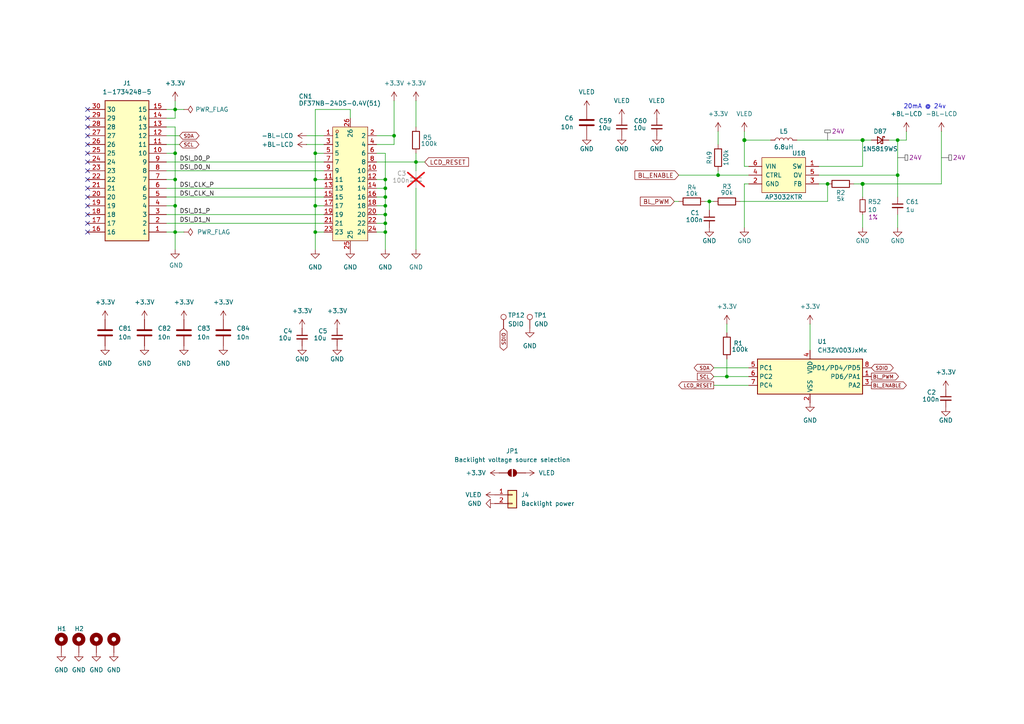
<source format=kicad_sch>
(kicad_sch (version 20250114) (generator "eeschema") (generator_version "9.0")
  (paper "A4")
  (title_block (title "LH397K-IC01 adapter board") (date "2025-10-28") (rev "1.0") (company "Nicolai Electronics"))
  (lib_symbols
    (symbol "1-1734248-5:1-1734248-5"
      (property "Reference" "J" (at 19.05 7.62 0))
      (property "Value" "1-1734248-5" (at 19.05 5.08 0))
      (symbol "1-1734248-5_1_1"
        (rectangle (start 5.08 2.54) (end 17.78 -38.1) (stroke (width 0.254)) (fill (type background)))
        (pin passive line (at 0 0 0) (length 5.08) (name "30") (number "30"))
        (pin passive line (at 0 -2.54 0) (length 5.08) (name "29") (number "29"))
        (pin passive line (at 0 -5.08 0) (length 5.08) (name "28") (number "28"))
        (pin passive line (at 0 -7.62 0) (length 5.08) (name "27") (number "27"))
        (pin passive line (at 0 -10.16 0) (length 5.08) (name "26") (number "26"))
        (pin passive line (at 0 -12.7 0) (length 5.08) (name "25") (number "25"))
        (pin passive line (at 0 -15.24 0) (length 5.08) (name "24") (number "24"))
        (pin passive line (at 0 -17.78 0) (length 5.08) (name "23") (number "23"))
        (pin passive line (at 0 -20.32 0) (length 5.08) (name "22") (number "22"))
        (pin passive line (at 0 -22.86 0) (length 5.08) (name "21") (number "21"))
        (pin passive line (at 0 -25.4 0) (length 5.08) (name "20") (number "20"))
        (pin passive line (at 0 -27.94 0) (length 5.08) (name "19") (number "19"))
        (pin passive line (at 0 -30.48 0) (length 5.08) (name "18") (number "18"))
        (pin passive line (at 0 -33.02 0) (length 5.08) (name "17") (number "17"))
        (pin passive line (at 0 -35.56 0) (length 5.08) (name "16") (number "16"))
        (pin passive line (at 22.86 0 180) (length 5.08) (name "15") (number "15"))
        (pin passive line (at 22.86 -2.54 180) (length 5.08) (name "14") (number "14"))
        (pin passive line (at 22.86 -5.08 180) (length 5.08) (name "13") (number "13"))
        (pin passive line (at 22.86 -7.62 180) (length 5.08) (name "12") (number "12"))
        (pin passive line (at 22.86 -10.16 180) (length 5.08) (name "11") (number "11"))
        (pin passive line (at 22.86 -12.7 180) (length 5.08) (name "10") (number "10"))
        (pin passive line (at 22.86 -15.24 180) (length 5.08) (name "9") (number "9"))
        (pin passive line (at 22.86 -17.78 180) (length 5.08) (name "8") (number "8"))
        (pin passive line (at 22.86 -20.32 180) (length 5.08) (name "7") (number "7"))
        (pin passive line (at 22.86 -22.86 180) (length 5.08) (name "6") (number "6"))
        (pin passive line (at 22.86 -25.4 180) (length 5.08) (name "5") (number "5"))
        (pin passive line (at 22.86 -27.94 180) (length 5.08) (name "4") (number "4"))
        (pin passive line (at 22.86 -30.48 180) (length 5.08) (name "3") (number "3"))
        (pin passive line (at 22.86 -33.02 180) (length 5.08) (name "2") (number "2"))
        (pin passive line (at 22.86 -35.56 180) (length 5.08) (name "1") (number "1"))
      )
    )
    (symbol "Connector:TestPoint" (pin_numbers (hide yes)) (pin_names (offset 0.762) (hide yes))
      (property "Reference" "TP" (at 0 6.858 0))
      (property "Value" "TestPoint" (at 0 5.08 0))
      (symbol "TestPoint_0_1"
        (circle (center 0 3.302) (radius 0.762))
      )
      (symbol "TestPoint_1_1"
        (pin passive line (at 0 0 90) (length 2.54) (name "1") (number "1"))
      )
    )
    (symbol "Connector_Generic:Conn_01x02" (pin_names (offset 1.016) (hide yes))
      (property "Reference" "J" (at 0 2.54 0))
      (property "Value" "Conn_01x02" (at 0 -5.08 0))
      (symbol "Conn_01x02_1_1"
        (rectangle (start -1.27 1.27) (end 1.27 -3.81) (stroke (width 0.254)) (fill (type background)))
        (rectangle (start -1.27 0.127) (end 0 -0.127) (stroke (width 0.1524)))
        (rectangle (start -1.27 -2.413) (end 0 -2.667) (stroke (width 0.1524)))
        (pin passive line (at -5.08 0 0) (length 3.81) (name "Pin_1") (number "1"))
        (pin passive line (at -5.08 -2.54 0) (length 3.81) (name "Pin_2") (number "2"))
      )
    )
    (symbol "Device:C" (pin_numbers (hide yes)) (pin_names (offset 0.254))
      (property "Reference" "C" (at 0.635 2.54 0))
      (property "Value" "C" (at 0.635 -2.54 0))
      (symbol "C_0_1"
        (polyline (pts (xy -2.032 0.762) (xy 2.032 0.762)) (stroke (width 0.508)))
        (polyline (pts (xy -2.032 -0.762) (xy 2.032 -0.762)) (stroke (width 0.508)))
      )
      (symbol "C_1_1"
        (pin passive line (at 0 3.81 270) (length 2.794) (name "~") (number "1"))
        (pin passive line (at 0 -3.81 90) (length 2.794) (name "~") (number "2"))
      )
    )
    (symbol "Device:C_Small" (pin_numbers (hide yes)) (pin_names (offset 0.254) (hide yes))
      (property "Reference" "C" (at 0.254 1.778 0))
      (property "Value" "C_Small" (at 0.254 -2.032 0))
      (symbol "C_Small_0_1"
        (polyline (pts (xy -1.524 0.508) (xy 1.524 0.508)) (stroke (width 0.3048)))
        (polyline (pts (xy -1.524 -0.508) (xy 1.524 -0.508)) (stroke (width 0.3302)))
      )
      (symbol "C_Small_1_1"
        (pin passive line (at 0 2.54 270) (length 2.032) (name "~") (number "1"))
        (pin passive line (at 0 -2.54 90) (length 2.032) (name "~") (number "2"))
      )
    )
    (symbol "Device:D_Schottky_Small" (pin_numbers (hide yes)) (pin_names (offset 0.254) (hide yes))
      (property "Reference" "D" (at -1.27 2.032 0))
      (property "Value" "D_Schottky_Small" (at -7.112 -2.032 0))
      (symbol "D_Schottky_Small_0_1"
        (polyline (pts (xy -1.27 0.762) (xy -1.27 1.016) (xy -0.762 1.016) (xy -0.762 -1.016) (xy -0.254 -1.016) (xy -0.254 -0.762)) (stroke (width 0.254)))
        (polyline (pts (xy -0.762 0) (xy 0.762 0)))
        (polyline (pts (xy 0.762 -1.016) (xy -0.762 0) (xy 0.762 1.016) (xy 0.762 -1.016)) (stroke (width 0.254)))
      )
      (symbol "D_Schottky_Small_1_1"
        (pin passive line (at -2.54 0 0) (length 1.778) (name "K") (number "1"))
        (pin passive line (at 2.54 0 180) (length 1.778) (name "A") (number "2"))
      )
    )
    (symbol "Device:L" (pin_numbers (hide yes)) (pin_names (offset 1.016) (hide yes))
      (property "Reference" "L" (at -1.27 0 90))
      (property "Value" "L" (at 1.905 0 90))
      (symbol "L_0_1"
        (arc (start 0 2.54) (mid 0.6323 1.905) (end 0 1.27))
        (arc (start 0 1.27) (mid 0.6323 0.635) (end 0 0))
        (arc (start 0 0) (mid 0.6323 -0.635) (end 0 -1.27))
        (arc (start 0 -1.27) (mid 0.6323 -1.905) (end 0 -2.54))
      )
      (symbol "L_1_1"
        (pin passive line (at 0 3.81 270) (length 1.27) (name "1") (number "1"))
        (pin passive line (at 0 -3.81 90) (length 1.27) (name "2") (number "2"))
      )
    )
    (symbol "Device:R" (pin_numbers (hide yes)) (pin_names (offset 0))
      (property "Reference" "R" (at 2.032 0 90))
      (property "Value" "R" (at 0 0 90))
      (symbol "R_0_1"
        (rectangle (start -1.016 -2.54) (end 1.016 2.54) (stroke (width 0.254)))
      )
      (symbol "R_1_1"
        (pin passive line (at 0 3.81 270) (length 1.27) (name "~") (number "1"))
        (pin passive line (at 0 -3.81 90) (length 1.27) (name "~") (number "2"))
      )
    )
    (symbol "Device:R_Small" (pin_numbers (hide yes)) (pin_names (offset 0.254) (hide yes))
      (property "Reference" "R" (at 0.762 0.508 0))
      (property "Value" "R_Small" (at 0.762 -1.016 0))
      (symbol "R_Small_0_1"
        (rectangle (start -0.762 1.778) (end 0.762 -1.778) (stroke (width 0.2032)))
      )
      (symbol "R_Small_1_1"
        (pin passive line (at 0 2.54 270) (length 0.762) (name "~") (number "1"))
        (pin passive line (at 0 -2.54 90) (length 0.762) (name "~") (number "2"))
      )
    )
    (symbol "Driver_LED_Extra:AP3032" (pin_names (offset 1.016))
      (property "Reference" "U" (at 6.35 6.35 0))
      (property "Value" "AP3032" (at 0 -6.35 0))
      (symbol "AP3032_0_1"
        (rectangle (start -6.35 5.08) (end 6.35 -5.08) (fill (type background)))
      )
      (symbol "AP3032_1_1"
        (pin power_in line (at -10.16 2.54 0) (length 3.81) (name "VIN") (number "6"))
        (pin input line (at -10.16 0 0) (length 3.81) (name "CTRL") (number "4"))
        (pin power_in line (at -10.16 -2.54 0) (length 3.81) (name "GND") (number "2"))
        (pin power_out line (at 10.16 2.54 180) (length 3.81) (name "SW") (number "1"))
        (pin input line (at 10.16 0 180) (length 3.81) (name "OV") (number "5"))
        (pin output line (at 10.16 -2.54 180) (length 3.81) (name "FB") (number "3"))
      )
    )
    (symbol "GND_1" (power) (pin_numbers (hide yes)) (pin_names (offset 0) (hide yes))
      (property "Value" "GND" (at 0 -3.81 0))
      (symbol "GND_1_0_1"
        (polyline (pts (xy 0 0) (xy 0 -1.27) (xy 1.27 -1.27) (xy 0 -2.54) (xy -1.27 -1.27) (xy 0 -1.27)))
      )
      (symbol "GND_1_1_1"
        (pin power_in line (at 0 0 270) (length 0) (name "~") (number "1"))
      )
    )
    (symbol "Jumper:SolderJumper_2_Open" (pin_numbers (hide yes)) (pin_names (offset 0) (hide yes)) (in_bom no)
      (property "Reference" "JP" (at 0 2.032 0))
      (property "Value" "SolderJumper_2_Open" (at 0 -2.54 0))
      (symbol "SolderJumper_2_Open_0_1"
        (polyline (pts (xy -0.254 1.016) (xy -0.254 -1.016)))
        (arc (start -0.254 -1.016) (mid -1.2656 0) (end -0.254 1.016))
        (arc (start -0.254 -1.016) (mid -1.2656 0) (end -0.254 1.016) (fill (type outline)))
        (arc (start 0.254 1.016) (mid 1.2656 0) (end 0.254 -1.016))
        (arc (start 0.254 1.016) (mid 1.2656 0) (end 0.254 -1.016) (fill (type outline)))
        (polyline (pts (xy 0.254 1.016) (xy 0.254 -1.016)))
      )
      (symbol "SolderJumper_2_Open_1_1"
        (pin passive line (at -3.81 0 0) (length 2.54) (name "A") (number "1"))
        (pin passive line (at 3.81 0 180) (length 2.54) (name "B") (number "2"))
      )
    )
    (symbol "MCU_WCH_CH32V0:CH32V003JxMx"
      (property "Reference" "U" (at -15.24 7.62 0))
      (property "Value" "CH32V003JxMx" (at 15.24 7.62 0))
      (symbol "CH32V003JxMx_1_1"
        (rectangle (start -15.24 5.08) (end 15.24 -5.08) (stroke (width 0.254)) (fill (type background)))
        (pin bidirectional line (at -17.78 2.54 0) (length 2.54) (name "PC1") (number "5"))
        (pin bidirectional line (at -17.78 0 0) (length 2.54) (name "PC2") (number "6"))
        (pin bidirectional line (at -17.78 -2.54 0) (length 2.54) (name "PC4") (number "7"))
        (pin power_in line (at 0 7.62 270) (length 2.54) (name "VDD") (number "4"))
        (pin power_in line (at 0 -7.62 90) (length 2.54) (name "VSS") (number "2"))
        (pin bidirectional line (at 17.78 2.54 180) (length 2.54) (name "PD1/PD4/PD5") (number "8"))
        (pin bidirectional line (at 17.78 0 180) (length 2.54) (name "PD6/PA1") (number "1"))
        (pin bidirectional line (at 17.78 -2.54 180) (length 2.54) (name "PA2") (number "3"))
      )
    )
    (symbol "Mechanical:MountingHole_Pad" (pin_numbers (hide yes)) (pin_names (offset 1.016) (hide yes)) (in_bom no)
      (property "Reference" "H" (at 0 6.35 0))
      (property "Value" "MountingHole_Pad" (at 0 4.445 0))
      (symbol "MountingHole_Pad_0_1"
        (circle (center 0 1.27) (radius 1.27) (stroke (width 1.27)))
      )
      (symbol "MountingHole_Pad_1_1"
        (pin input line (at 0 -2.54 90) (length 2.54) (name "1") (number "1"))
      )
    )
    (symbol "custom-power:+BL-LCD" (power) (pin_numbers (hide yes)) (pin_names (offset 0) (hide yes))
      (property "Value" "+BL-LCD" (at 0 3.556 0))
      (symbol "+BL-LCD_0_1"
        (polyline (pts (xy -0.762 1.27) (xy 0 2.54)))
        (polyline (pts (xy 0 2.54) (xy 0.762 1.27)))
        (polyline (pts (xy 0 0) (xy 0 2.54)))
      )
      (symbol "+BL-LCD_1_1"
        (pin power_in line (at 0 0 90) (length 0) (name "~") (number "1"))
      )
    )
    (symbol "custom-power:-BL-LCD" (power) (pin_numbers (hide yes)) (pin_names (offset 0) (hide yes))
      (property "Value" "-BL-LCD" (at 0 3.556 0))
      (symbol "-BL-LCD_0_1"
        (polyline (pts (xy -0.762 1.27) (xy 0 2.54)))
        (polyline (pts (xy 0 2.54) (xy 0.762 1.27)))
        (polyline (pts (xy 0 0) (xy 0 2.54)))
      )
      (symbol "-BL-LCD_1_1"
        (pin power_in line (at 0 0 90) (length 0) (name "~") (number "1"))
      )
    )
    (symbol "lcsc:DF37NB-24DS-0.4V(51)"
      (property "Reference" "CN" (at 0 24.13 0))
      (property "Value" "DF37NB-24DS-0.4V(51)" (at 0 -24.13 0))
      (symbol "DF37NB-24DS-0.4V(51)_0_1"
        (rectangle (start -5.08 16.51) (end 5.08 -16.51) (fill (type background)))
        (circle (center -3.81 15.24) (radius 0.38))
        (pin unspecified line (at -7.62 13.97 0) (length 2.54) (name "1") (number "1"))
        (pin unspecified line (at -7.62 11.43 0) (length 2.54) (name "3") (number "3"))
        (pin unspecified line (at -7.62 8.89 0) (length 2.54) (name "5") (number "5"))
        (pin unspecified line (at -7.62 6.35 0) (length 2.54) (name "7") (number "7"))
        (pin unspecified line (at -7.62 3.81 0) (length 2.54) (name "9") (number "9"))
        (pin unspecified line (at -7.62 1.27 0) (length 2.54) (name "11") (number "11"))
        (pin unspecified line (at -7.62 -1.27 0) (length 2.54) (name "13") (number "13"))
        (pin unspecified line (at -7.62 -3.81 0) (length 2.54) (name "15") (number "15"))
        (pin unspecified line (at -7.62 -6.35 0) (length 2.54) (name "17") (number "17"))
        (pin unspecified line (at -7.62 -8.89 0) (length 2.54) (name "19") (number "19"))
        (pin unspecified line (at -7.62 -11.43 0) (length 2.54) (name "21") (number "21"))
        (pin unspecified line (at -7.62 -13.97 0) (length 2.54) (name "23") (number "23"))
        (pin unspecified line (at 0 19.05 270) (length 2.54) (name "26") (number "26"))
        (pin unspecified line (at 0 -19.05 90) (length 2.54) (name "25") (number "25"))
        (pin unspecified line (at 7.62 13.97 180) (length 2.54) (name "2") (number "2"))
        (pin unspecified line (at 7.62 11.43 180) (length 2.54) (name "4") (number "4"))
        (pin unspecified line (at 7.62 8.89 180) (length 2.54) (name "6") (number "6"))
        (pin unspecified line (at 7.62 6.35 180) (length 2.54) (name "8") (number "8"))
        (pin unspecified line (at 7.62 3.81 180) (length 2.54) (name "10") (number "10"))
        (pin unspecified line (at 7.62 1.27 180) (length 2.54) (name "12") (number "12"))
        (pin unspecified line (at 7.62 -1.27 180) (length 2.54) (name "14") (number "14"))
        (pin unspecified line (at 7.62 -3.81 180) (length 2.54) (name "16") (number "16"))
        (pin unspecified line (at 7.62 -6.35 180) (length 2.54) (name "18") (number "18"))
        (pin unspecified line (at 7.62 -8.89 180) (length 2.54) (name "20") (number "20"))
        (pin unspecified line (at 7.62 -11.43 180) (length 2.54) (name "22") (number "22"))
        (pin unspecified line (at 7.62 -13.97 180) (length 2.54) (name "24") (number "24"))
      )
    )
    (symbol "power:+3.3V" (power) (pin_numbers (hide yes)) (pin_names (offset 0) (hide yes))
      (property "Value" "+3.3V" (at 0 3.556 0))
      (symbol "+3.3V_0_1"
        (polyline (pts (xy -0.762 1.27) (xy 0 2.54)))
        (polyline (pts (xy 0 2.54) (xy 0.762 1.27)))
        (polyline (pts (xy 0 0) (xy 0 2.54)))
      )
      (symbol "+3.3V_1_1"
        (pin power_in line (at 0 0 90) (length 0) (name "~") (number "1"))
      )
    )
    (symbol "power:GND" (power) (pin_names (offset 0))
      (property "Value" "GND" (at 0 -3.81 0))
      (symbol "GND_0_1"
        (polyline (pts (xy 0 0) (xy 0 -1.27) (xy 1.27 -1.27) (xy 0 -2.54) (xy -1.27 -1.27) (xy 0 -1.27)))
      )
      (symbol "GND_1_1"
        (pin power_in line (at 0 0 270) (length 0) (hide yes) (name "GND") (number "1"))
      )
    )
    (symbol "power:PWR_FLAG" (power) (pin_numbers (hide yes)) (pin_names (offset 0) (hide yes))
      (property "Value" "PWR_FLAG" (at 0 3.81 0))
      (symbol "PWR_FLAG_0_0"
        (pin power_out line (at 0 0 90) (length 0) (name "~") (number "1"))
      )
      (symbol "PWR_FLAG_0_1"
        (polyline (pts (xy 0 0) (xy 0 1.27) (xy -1.016 1.905) (xy 0 2.54) (xy 1.016 1.905) (xy 0 1.27)))
      )
    )
  )
  (text "20mA @ 24v" (at 268.224 30.988 0) (effects (font (size 1.27 1.27))))
  (junction (at 111.76 64.77))
  (junction (at 120.65 46.99))
  (junction (at 111.76 52.07))
  (junction (at 91.44 67.31))
  (junction (at 240.03 53.34))
  (junction (at 50.8 44.45))
  (junction (at 111.76 67.31))
  (junction (at 50.8 52.07))
  (junction (at 205.74 58.42))
  (junction (at 91.44 59.69))
  (junction (at 111.76 59.69))
  (junction (at 111.76 57.15))
  (junction (at 50.8 31.75))
  (junction (at 111.76 62.23))
  (junction (at 91.44 44.45))
  (junction (at 260.35 50.8))
  (junction (at 50.8 67.31))
  (junction (at 91.44 52.07))
  (junction (at 250.19 40.64) (diameter 1.016))
  (junction (at 210.82 109.22))
  (junction (at 208.28 50.8))
  (junction (at 260.35 40.64))
  (junction (at 114.3 39.37))
  (junction (at 215.9 40.64) (diameter 1.016))
  (junction (at 250.19 53.34) (diameter 1.016))
  (junction (at 111.76 54.61))
  (junction (at 50.8 59.69))
  (no_connect (at 25.4 34.29))
  (no_connect (at 25.4 57.15))
  (no_connect (at 25.4 64.77))
  (no_connect (at 25.4 59.69))
  (no_connect (at 25.4 39.37))
  (no_connect (at 25.4 31.75))
  (no_connect (at 25.4 36.83))
  (no_connect (at 25.4 46.99))
  (no_connect (at 25.4 49.53))
  (no_connect (at 25.4 52.07))
  (no_connect (at 25.4 67.31))
  (no_connect (at 25.4 54.61))
  (no_connect (at 25.4 62.23))
  (no_connect (at 25.4 44.45))
  (no_connect (at 25.4 41.91))
  (wire (pts (xy 50.8 44.45) (xy 50.8 36.83)))
  (wire (pts (xy 114.3 41.91) (xy 109.22 41.91)))
  (wire (pts (xy 260.35 40.64) (xy 262.89 40.64)))
  (wire (pts (xy 109.22 46.99) (xy 120.65 46.99)))
  (wire (pts (xy 217.17 48.26) (xy 215.9 48.26)))
  (wire (pts (xy 111.76 62.23) (xy 111.76 64.77)))
  (wire (pts (xy 120.65 29.21) (xy 120.65 36.83)))
  (wire (pts (xy 260.35 50.8) (xy 260.35 40.64)))
  (wire (pts (xy 207.01 106.68) (xy 217.17 106.68)))
  (wire (pts (xy 120.65 54.61) (xy 120.65 72.39)))
  (wire (pts (xy 207.01 58.42) (xy 205.74 58.42)))
  (wire (pts (xy 53.34 31.75) (xy 50.8 31.75)))
  (wire (pts (xy 215.9 48.26) (xy 215.9 40.64)))
  (wire (pts (xy 217.17 53.34) (xy 215.9 53.34)))
  (wire (pts (xy 237.49 53.34) (xy 240.03 53.34)))
  (wire (pts (xy 88.9 39.37) (xy 93.98 39.37)))
  (wire (pts (xy 208.28 49.53) (xy 208.28 50.8)))
  (wire (pts (xy 250.19 57.15) (xy 250.19 53.34)))
  (wire (pts (xy 250.19 40.64) (xy 252.73 40.64)))
  (wire (pts (xy 50.8 36.83) (xy 48.26 36.83)))
  (wire (pts (xy 48.26 52.07) (xy 50.8 52.07)))
  (wire (pts (xy 48.26 46.99) (xy 93.98 46.99)))
  (wire (pts (xy 237.49 50.8) (xy 260.35 50.8)))
  (wire (pts (xy 109.22 64.77) (xy 111.76 64.77)))
  (wire (pts (xy 88.9 41.91) (xy 93.98 41.91)))
  (wire (pts (xy 210.82 104.14) (xy 210.82 109.22)))
  (wire (pts (xy 262.89 40.64) (xy 262.89 38.1)))
  (wire (pts (xy 48.26 54.61) (xy 93.98 54.61)))
  (wire (pts (xy 111.76 64.77) (xy 111.76 67.31)))
  (wire (pts (xy 207.01 109.22) (xy 210.82 109.22)))
  (wire (pts (xy 205.74 58.42) (xy 204.47 58.42)))
  (wire (pts (xy 120.65 46.99) (xy 120.65 44.45)))
  (wire (pts (xy 48.26 57.15) (xy 93.98 57.15)))
  (wire (pts (xy 234.95 93.98) (xy 234.95 101.6)))
  (wire (pts (xy 208.28 38.1) (xy 208.28 41.91)))
  (wire (pts (xy 111.76 57.15) (xy 111.76 59.69)))
  (wire (pts (xy 91.44 52.07) (xy 91.44 59.69)))
  (wire (pts (xy 109.22 39.37) (xy 114.3 39.37)))
  (wire (pts (xy 109.22 52.07) (xy 111.76 52.07)))
  (wire (pts (xy 210.82 93.98) (xy 210.82 96.52)))
  (wire (pts (xy 48.26 41.91) (xy 52.07 41.91)))
  (wire (pts (xy 50.8 52.07) (xy 50.8 59.69)))
  (wire (pts (xy 91.44 31.75) (xy 101.6 31.75)))
  (wire (pts (xy 91.44 59.69) (xy 93.98 59.69)))
  (wire (pts (xy 273.05 38.1) (xy 273.05 53.34)))
  (wire (pts (xy 250.19 62.23) (xy 250.19 66.04)))
  (wire (pts (xy 50.8 44.45) (xy 50.8 52.07)))
  (wire (pts (xy 48.26 64.77) (xy 93.98 64.77)))
  (wire (pts (xy 50.8 31.75) (xy 50.8 34.29)))
  (wire (pts (xy 215.9 40.64) (xy 215.9 38.1)))
  (wire (pts (xy 111.76 59.69) (xy 111.76 62.23)))
  (wire (pts (xy 48.26 67.31) (xy 50.8 67.31)))
  (wire (pts (xy 111.76 44.45) (xy 111.76 52.07)))
  (wire (pts (xy 260.35 62.23) (xy 260.35 66.04)))
  (wire (pts (xy 257.81 40.64) (xy 260.35 40.64)))
  (wire (pts (xy 215.9 53.34) (xy 215.9 66.04)))
  (wire (pts (xy 111.76 67.31) (xy 111.76 72.39)))
  (wire (pts (xy 114.3 39.37) (xy 114.3 41.91)))
  (wire (pts (xy 50.8 59.69) (xy 50.8 67.31)))
  (wire (pts (xy 101.6 31.75) (xy 101.6 34.29)))
  (wire (pts (xy 50.8 34.29) (xy 48.26 34.29)))
  (wire (pts (xy 123.19 46.99) (xy 120.65 46.99)))
  (wire (pts (xy 109.22 62.23) (xy 111.76 62.23)))
  (wire (pts (xy 247.65 53.34) (xy 250.19 53.34)))
  (wire (pts (xy 210.82 109.22) (xy 217.17 109.22)))
  (wire (pts (xy 109.22 59.69) (xy 111.76 59.69)))
  (wire (pts (xy 50.8 29.21) (xy 50.8 31.75)))
  (wire (pts (xy 91.44 52.07) (xy 93.98 52.07)))
  (wire (pts (xy 120.65 46.99) (xy 120.65 49.53)))
  (wire (pts (xy 91.44 44.45) (xy 91.44 31.75)))
  (wire (pts (xy 215.9 40.64) (xy 223.52 40.64)))
  (wire (pts (xy 207.01 111.76) (xy 217.17 111.76)))
  (wire (pts (xy 240.03 58.42) (xy 240.03 53.34)))
  (wire (pts (xy 48.26 39.37) (xy 52.07 39.37)))
  (wire (pts (xy 48.26 49.53) (xy 93.98 49.53)))
  (wire (pts (xy 50.8 67.31) (xy 53.34 67.31)))
  (wire (pts (xy 91.44 59.69) (xy 91.44 67.31)))
  (wire (pts (xy 48.26 59.69) (xy 50.8 59.69)))
  (wire (pts (xy 111.76 54.61) (xy 111.76 57.15)))
  (wire (pts (xy 109.22 54.61) (xy 111.76 54.61)))
  (wire (pts (xy 48.26 31.75) (xy 50.8 31.75)))
  (wire (pts (xy 50.8 67.31) (xy 50.8 72.39)))
  (wire (pts (xy 48.26 62.23) (xy 93.98 62.23)))
  (wire (pts (xy 250.19 53.34) (xy 273.05 53.34)))
  (wire (pts (xy 111.76 52.07) (xy 111.76 54.61)))
  (wire (pts (xy 237.49 48.26) (xy 250.19 48.26)))
  (wire (pts (xy 109.22 67.31) (xy 111.76 67.31)))
  (wire (pts (xy 91.44 44.45) (xy 91.44 52.07)))
  (wire (pts (xy 109.22 57.15) (xy 111.76 57.15)))
  (wire (pts (xy 196.85 50.8) (xy 208.28 50.8)))
  (wire (pts (xy 91.44 67.31) (xy 91.44 72.39)))
  (wire (pts (xy 214.63 58.42) (xy 240.03 58.42)))
  (wire (pts (xy 250.19 48.26) (xy 250.19 40.64)))
  (wire (pts (xy 260.35 50.8) (xy 260.35 57.15)))
  (wire (pts (xy 109.22 44.45) (xy 111.76 44.45)))
  (wire (pts (xy 195.58 58.42) (xy 196.85 58.42)))
  (wire (pts (xy 93.98 44.45) (xy 91.44 44.45)))
  (wire (pts (xy 205.74 60.96) (xy 205.74 58.42)))
  (wire (pts (xy 208.28 50.8) (xy 217.17 50.8)))
  (wire (pts (xy 91.44 67.31) (xy 93.98 67.31)))
  (wire (pts (xy 114.3 39.37) (xy 114.3 29.21)))
  (wire (pts (xy 48.26 44.45) (xy 50.8 44.45)))
  (wire (pts (xy 231.14 40.64) (xy 250.19 40.64)))
  (label "DSI_CLK_N" (at 52.07 57.15 0))
  (label "DSI_D0_P" (at 52.07 46.99 0))
  (label "DSI_D1_P" (at 52.07 62.23 0))
  (label "DSI_CLK_P" (at 52.07 54.61 0))
  (label "DSI_D0_N" (at 52.07 49.53 0))
  (label "DSI_D1_N" (at 52.07 64.77 0))
  (global_label "BL_PWM" (shape output) (at 252.73 109.22 0) (effects (font (size 1.016 1.016))) (property "Intersheetrefs" "${INTERSHEET_REFS}" (effects (hide yes))))
  (global_label "LCD_RESET" (shape output) (at 207.01 111.76 180) (effects (font (size 1.016 1.016))) (property "Intersheetrefs" "${INTERSHEET_REFS}" (effects (hide yes))))
  (global_label "SDA" (shape bidirectional) (at 52.07 39.37 0) (effects (font (size 1.016 1.016))) (property "Intersheetrefs" "${INTERSHEET_REFS}" (effects (hide yes))))
  (global_label "SCL" (shape input) (at 207.01 109.22 180) (effects (font (size 1.016 1.016))) (property "Intersheetrefs" "${INTERSHEET_REFS}" (effects (hide yes))))
  (global_label "LCD_RESET" (shape input) (at 123.19 46.99 0) (property "Intersheetrefs" "${INTERSHEET_REFS}" (effects (hide yes))))
  (global_label "SDA" (shape bidirectional) (at 207.01 106.68 180) (effects (font (size 1.016 1.016))) (property "Intersheetrefs" "${INTERSHEET_REFS}" (effects (hide yes))))
  (global_label "BL_ENABLE" (shape input) (at 196.85 50.8 180) (property "Intersheetrefs" "${INTERSHEET_REFS}" (effects (hide yes))))
  (global_label "SDIO" (shape bidirectional) (at 146.05 95.25 270) (effects (font (size 1.016 1.016))) (property "Intersheetrefs" "${INTERSHEET_REFS}" (effects (hide yes))))
  (global_label "BL_PWM" (shape input) (at 195.58 58.42 180) (property "Intersheetrefs" "${INTERSHEET_REFS}" (effects (hide yes))))
  (global_label "SDIO" (shape bidirectional) (at 252.73 106.68 0) (effects (font (size 1.016 1.016))) (property "Intersheetrefs" "${INTERSHEET_REFS}" (effects (hide yes))))
  (global_label "SCL" (shape bidirectional) (at 52.07 41.91 0) (effects (font (size 1.016 1.016))) (property "Intersheetrefs" "${INTERSHEET_REFS}" (effects (hide yes))))
  (global_label "BL_ENABLE" (shape output) (at 252.73 111.76 0) (effects (font (size 1.016 1.016))) (property "Intersheetrefs" "${INTERSHEET_REFS}" (effects (hide yes))))
  (netclass_flag "" (length 2.54) (shape rectangle) (at 260.35 45.72 270) (property "Netclass" "24V" (at 263.652 45.72 0) (effects (justify left))))
  (netclass_flag "" (length 2.54) (shape rectangle) (at 240.03 40.64 0) (property "Netclass" "24V" (at 241.2365 38.1 0) (effects (justify left))))
  (netclass_flag "" (length 2.54) (shape rectangle) (at 273.05 45.72 270) (property "Netclass" "24V" (at 276.352 45.72 0) (effects (justify left))))
  (symbol (lib_id "Device:C") (at 41.91 96.52 0) (unit 1)
    (property "Reference" "C82" (at 45.72 95.2499 0) (effects (justify left)))
    (property "Value" "10n" (at 45.72 97.7899 0) (effects (justify left)))
    (property "Footprint" "Capacitor_SMD:C_0402_1005Metric" (effects (hide yes)))
    (property "Datasheet" "https://wmsc.lcsc.com/wmsc/upload/file/pdf/v2/lcsc/2304140030_Samsung-Electro-Mechanics-CL05B103KB5NNNC_C15195.pdf" (effects (hide yes)))
    (property "LCSC" "C15195" (effects (hide yes)))
  )
  (symbol (lib_id "Jumper:SolderJumper_2_Open") (at 148.59 137.16 180) (unit 1) (in_bom no)
    (property "Reference" "JP1" (at 148.59 130.81 0))
    (property "Value" "Backlight voltage source selection" (at 148.59 133.35 0))
    (property "Footprint" "Jumper:SolderJumper-2_P1.3mm_Open_RoundedPad1.0x1.5mm" (effects (hide yes)))
    (property "Description" "Solder Jumper, 2-pole, open" (effects (hide yes)))
  )
  (symbol (lib_id "Mechanical:MountingHole_Pad") (at 17.78 186.69 0) (unit 1) (in_bom no)
    (property "Reference" "H1" (at 16.51 182.372 0) (effects (justify left)))
    (property "Footprint" "MountingHole:MountingHole_2.2mm_M2_DIN965_Pad" (effects (hide yes)))
  )
  (symbol (lib_id "Device:C_Small") (at 97.79 97.79 0) (unit 1)
    (property "Reference" "C5" (at 94.996 96.012 0) (effects (justify right)))
    (property "Value" "10u" (at 90.932 98.044 0) (effects (justify left)))
    (property "Footprint" "Capacitor_SMD:C_0805_2012Metric" (effects (hide yes)))
    (property "Datasheet" "https://www.lcsc.com/product-detail/Multilayer-Ceramic-Capacitors-MLCC-SMD-SMT_Samsung-Electro-Mechanics-CL21B106KAYQNNE_C3039694.html" (effects (hide yes)))
    (property "LCSC" "C3039694" (effects (hide yes)))
  )
  (symbol (lib_id "Device:C_Small") (at 260.35 59.69 0) (unit 1)
    (property "Reference" "C61" (at 262.6868 58.5216 0) (effects (justify left)))
    (property "Value" "1u" (at 262.6868 60.833 0) (effects (justify left)))
    (property "Footprint" "Capacitor_SMD:C_0603_1608Metric" (effects (hide yes)))
    (property "Datasheet" "https://datasheet.lcsc.com/lcsc/2304140030_Samsung-Electro-Mechanics-CL05A105KQ5NNNC_C107372.pdf" (effects (hide yes)))
    (property "LCSC" "C5199872" (effects (hide yes)))
  )
  (symbol (lib_id "power:+3.3V") (at 152.4 137.16 270) (unit 1)
    (property "Reference" "#PWR023" (effects (hide yes)))
    (property "Value" "VLED" (at 156.21 137.1599 90) (effects (justify left)))
  )
  (symbol (lib_id "Device:C") (at 30.48 96.52 0) (unit 1)
    (property "Reference" "C81" (at 34.29 95.2499 0) (effects (justify left)))
    (property "Value" "10n" (at 34.29 97.7899 0) (effects (justify left)))
    (property "Footprint" "Capacitor_SMD:C_0402_1005Metric" (effects (hide yes)))
    (property "Datasheet" "https://wmsc.lcsc.com/wmsc/upload/file/pdf/v2/lcsc/2304140030_Samsung-Electro-Mechanics-CL05B103KB5NNNC_C15195.pdf" (effects (hide yes)))
    (property "LCSC" "C15195" (effects (hide yes)))
  )
  (symbol (lib_id "power:+3.3V") (at 114.3 29.21 0) (unit 1)
    (property "Reference" "#PWR0279" (effects (hide yes)))
    (property "Value" "+3.3V" (at 114.3 24.13 0))
    (property "Description" "Power symbol creates a global label with name \"+3.3V\"" (effects (hide yes)))
  )
  (symbol (lib_id "Driver_LED_Extra:AP3032") (at 227.33 50.8 0) (unit 1)
    (property "Reference" "U18" (at 233.68 44.45 0) (effects (justify right)))
    (property "Value" "AP3032KTR" (at 227.33 57.15 0))
    (property "Footprint" "Package_TO_SOT_SMD:SOT-23-6" (effects (hide yes)))
    (property "Datasheet" "https://www.diodes.com/assets/Datasheets/AP3032.pdf" (effects (hide yes)))
    (property "LCSC" "C264086" (effects (hide yes)))
  )
  (symbol (lib_id "Device:R") (at 200.66 58.42 90) (unit 1)
    (property "Reference" "R4" (at 200.66 54.356 90))
    (property "Value" "10k" (at 200.66 56.134 90))
    (property "Footprint" "Resistor_SMD:R_0402_1005Metric" (effects (hide yes)))
  )
  (symbol (lib_name "GND_1") (lib_id "power:GND") (at 22.86 189.23 0) (unit 1)
    (property "Reference" "#PWR012" (effects (hide yes)))
    (property "Value" "GND" (at 22.86 194.31 0))
    (property "Description" "Power symbol creates a global label with name \"GND\" , ground" (effects (hide yes)))
  )
  (symbol (lib_id "power:GND") (at 153.67 95.25 0) (unit 1)
    (property "Reference" "#PWR026" (effects (hide yes)))
    (property "Value" "GND" (at 153.67 100.33 0))
  )
  (symbol (lib_id "power:GND") (at 87.63 100.33 0) (unit 1)
    (property "Reference" "#PWR030" (effects (hide yes)))
    (property "Value" "GND" (at 89.662 104.14 0) (effects (justify right)))
  )
  (symbol (lib_id "power:+3.3V") (at 53.34 92.71 0) (unit 1)
    (property "Reference" "#PWR08" (effects (hide yes)))
    (property "Value" "+3.3V" (at 53.34 87.63 0))
    (property "Description" "Power symbol creates a global label with name \"+3.3V\"" (effects (hide yes)))
  )
  (symbol (lib_id "power:GND") (at 53.34 100.33 0) (unit 1)
    (property "Reference" "#PWR015" (effects (hide yes)))
    (property "Value" "GND" (at 53.34 105.41 0))
  )
  (symbol (lib_id "power:+3.3V") (at 41.91 92.71 0) (unit 1)
    (property "Reference" "#PWR07" (effects (hide yes)))
    (property "Value" "+3.3V" (at 41.91 87.63 0))
    (property "Description" "Power symbol creates a global label with name \"+3.3V\"" (effects (hide yes)))
  )
  (symbol (lib_id "Mechanical:MountingHole_Pad") (at 27.94 186.69 0) (unit 1) (in_bom no)
    (property "Reference" "H3" (effects (hide yes)))
    (property "Footprint" "MountingHole:MountingHole_2.2mm_M2_DIN965_Pad" (effects (hide yes)))
  )
  (symbol (lib_id "Device:R") (at 210.82 58.42 90) (unit 1)
    (property "Reference" "R3" (at 210.82 54.102 90))
    (property "Value" "90k" (at 210.82 55.88 90))
    (property "Footprint" "Resistor_SMD:R_0402_1005Metric" (effects (hide yes)))
  )
  (symbol (lib_id "Device:C_Small") (at 205.74 63.5 0) (unit 1)
    (property "Reference" "C1" (at 202.946 61.722 0) (effects (justify right)))
    (property "Value" "100n" (at 198.882 63.754 0) (effects (justify left)))
    (property "Footprint" "Capacitor_SMD:C_0402_1005Metric" (effects (hide yes)))
    (property "Datasheet" "https://datasheet.lcsc.com/lcsc/2304140030_Samsung-Electro-Mechanics-CL05B104KB54PNC_C307331.pdf" (effects (hide yes)))
    (property "LCSC" "C307331" (effects (hide yes)))
  )
  (symbol (lib_id "Device:C") (at 53.34 96.52 0) (unit 1)
    (property "Reference" "C83" (at 57.15 95.2499 0) (effects (justify left)))
    (property "Value" "10n" (at 57.15 97.7899 0) (effects (justify left)))
    (property "Footprint" "Capacitor_SMD:C_0402_1005Metric" (effects (hide yes)))
    (property "Datasheet" "https://wmsc.lcsc.com/wmsc/upload/file/pdf/v2/lcsc/2304140030_Samsung-Electro-Mechanics-CL05B103KB5NNNC_C15195.pdf" (effects (hide yes)))
    (property "LCSC" "C15195" (effects (hide yes)))
  )
  (symbol (lib_id "power:+3.3V") (at 144.78 137.16 90) (unit 1)
    (property "Reference" "#PWR024" (effects (hide yes)))
    (property "Value" "+3.3V" (at 140.97 137.1599 90) (effects (justify left)))
    (property "Description" "Power symbol creates a global label with name \"+3.3V\"" (effects (hide yes)))
  )
  (symbol (lib_id "custom-power:-BL-LCD") (at 88.9 39.37 90) (unit 1)
    (property "Reference" "#PWR0281" (effects (hide yes)))
    (property "Value" "-BL-LCD" (at 85.09 39.3699 90) (effects (justify left)))
    (property "Description" "Power symbol creates a global label with name \"-BL-LCD\"" (effects (hide yes)))
  )
  (symbol (lib_id "power:PWR_FLAG") (at 53.34 67.31 270) (unit 1)
    (property "Reference" "#FLG02" (effects (hide yes)))
    (property "Value" "PWR_FLAG" (at 57.15 67.3099 90) (effects (justify left)))
    (property "Description" "Special symbol for telling ERC where power comes from" (effects (hide yes)))
  )
  (symbol (lib_id "Device:L") (at 227.33 40.64 90) (unit 1)
    (property "Reference" "L5" (at 227.33 38.1 90))
    (property "Value" "6.8uH" (at 227.33 41.91 90) (effects (justify bottom)))
    (property "Footprint" "footprints:IND-SMD_L4.0-W4.0" (effects (hide yes)))
    (property "Datasheet" "https://jlcpcb.com/partdetail/Ceaiya-CR40186R8M/C520306" (effects (hide yes)))
    (property "LCSC" "C520306" (effects (hide yes)))
  )
  (symbol (lib_id "power:GND") (at 260.35 66.04 0) (unit 1)
    (property "Reference" "#PWR0202" (effects (hide yes)))
    (property "Value" "GND" (at 260.35 69.85 0))
  )
  (symbol (lib_id "power:GND") (at 41.91 100.33 0) (unit 1)
    (property "Reference" "#PWR010" (effects (hide yes)))
    (property "Value" "GND" (at 41.91 105.41 0))
  )
  (symbol (lib_id "Device:C") (at 170.18 35.56 0) (mirror y) (unit 1)
    (property "Reference" "C6" (at 166.37 34.2899 0) (effects (justify left)))
    (property "Value" "10n" (at 166.37 36.8299 0) (effects (justify left)))
    (property "Footprint" "Capacitor_SMD:C_0402_1005Metric" (effects (hide yes)))
    (property "Datasheet" "https://wmsc.lcsc.com/wmsc/upload/file/pdf/v2/lcsc/2304140030_Samsung-Electro-Mechanics-CL05B103KB5NNNC_C15195.pdf" (effects (hide yes)))
    (property "LCSC" "C15195" (effects (hide yes)))
  )
  (symbol (lib_id "Connector_Generic:Conn_01x02") (at 148.59 143.51 0) (unit 1)
    (property "Reference" "J4" (at 151.13 143.5099 0) (effects (justify left)))
    (property "Value" "Backlight power" (at 151.13 146.0499 0) (effects (justify left)))
    (property "Footprint" "Connector_PinHeader_2.54mm:PinHeader_1x02_P2.54mm_Vertical" (effects (hide yes)))
  )
  (symbol (lib_id "power:GND") (at 50.8 72.39 0) (unit 1)
    (property "Reference" "#PWR01" (effects (hide yes)))
    (property "Value" "GND" (at 49.022 76.962 0) (effects (justify left)))
    (property "Description" "Power symbol creates a global label with name \"GND\" , ground" (effects (hide yes)))
  )
  (symbol (lib_id "custom-power:-BL-LCD") (at 273.05 38.1 0) (unit 1)
    (property "Reference" "#PWR0193" (effects (hide yes)))
    (property "Value" "-BL-LCD" (at 273.05 33.02 0))
    (property "Description" "Power symbol creates a global label with name \"-BL-LCD\"" (effects (hide yes)))
  )
  (symbol (lib_id "MCU_WCH_CH32V0:CH32V003JxMx") (at 234.95 109.22 0) (unit 1)
    (property "Reference" "U1" (at 237.0933 99.06 0) (effects (justify left)))
    (property "Value" "CH32V003JxMx" (at 237.0933 101.6 0) (effects (justify left)))
    (property "Footprint" "Package_SO:JEITA_SOIC-8_3.9x4.9mm_P1.27mm" (effects (hide yes)))
    (property "Datasheet" "https://www.wch-ic.com/products/CH32V003.html" (effects (hide yes)))
    (property "Description" "CH32V003 series are industrial-grade general-purpose microcontrollers designed based on 32-bit RISC-V instruction set and architecture. It adopts QingKe V2A core, RV32EC instruction set, and supports 2 levels of interrupt nesting. The series are mounted with rich peripheral interfaces and function modules. Its internal organizational structure meets the low-cost and low-power embedded application scenarios. JEITA SOIC-8 (SOP-8)" (effects (hide yes)))
  )
  (symbol (lib_id "power:+3.3V") (at 143.51 143.51 90) (unit 1)
    (property "Reference" "#PWR034" (effects (hide yes)))
    (property "Value" "VLED" (at 139.7 143.5099 90) (effects (justify left)))
  )
  (symbol (lib_id "power:GND") (at 64.77 100.33 0) (unit 1)
    (property "Reference" "#PWR018" (effects (hide yes)))
    (property "Value" "GND" (at 64.77 105.41 0))
  )
  (symbol (lib_id "power:GND") (at 274.32 118.11 0) (unit 1)
    (property "Reference" "#PWR021" (effects (hide yes)))
    (property "Value" "GND" (at 274.32 121.92 0))
  )
  (symbol (lib_id "Connector:TestPoint") (at 153.67 95.25 0) (mirror y) (unit 1) (in_bom no)
    (property "Reference" "TP1" (at 154.94 91.44 0) (effects (justify right)))
    (property "Value" "GND" (at 154.94 93.98 0) (effects (justify right)))
    (property "Footprint" "TestPoint:TestPoint_Pad_D1.0mm" (effects (hide yes)))
    (property "Datasheet" "-" (effects (hide yes)))
    (property "Description" "test point" (effects (hide yes)))
    (property "LCSC" "-" (effects (hide yes)))
  )
  (symbol (lib_id "Device:R_Small") (at 250.19 59.69 0) (unit 1)
    (property "Reference" "R52" (at 251.6886 58.5216 0) (effects (justify left)))
    (property "Value" "10" (at 251.6886 60.833 0) (effects (justify left)))
    (property "Footprint" "Resistor_SMD:R_0402_1005Metric" (effects (hide yes)))
    (property "Datasheet" "https://datasheet.lcsc.com/lcsc/2205311900_UNI-ROYAL-Uniroyal-Elec-0402WGF100JTCE_C25077.pdf" (effects (hide yes)))
    (property "Description" "1%" (at 253.238 62.992 0))
    (property "LCSC" "C25077" (effects (hide yes)))
  )
  (symbol (lib_id "power:GND") (at 234.95 116.84 0) (unit 1)
    (property "Reference" "#PWR017" (effects (hide yes)))
    (property "Value" "GND" (at 234.95 121.92 0))
  )
  (symbol (lib_id "power:+3.3V") (at 234.95 93.98 0) (unit 1)
    (property "Reference" "#PWR016" (effects (hide yes)))
    (property "Value" "+3.3V" (at 234.95 88.9 0))
    (property "Description" "Power symbol creates a global label with name \"+3.3V\"" (effects (hide yes)))
  )
  (symbol (lib_id "power:+3.3V") (at 50.8 29.21 0) (unit 1)
    (property "Reference" "#PWR02" (effects (hide yes)))
    (property "Value" "+3.3V" (at 50.8 24.13 0))
    (property "Description" "Power symbol creates a global label with name \"+3.3V\"" (effects (hide yes)))
  )
  (symbol (lib_id "power:+3.3V") (at 97.79 95.25 0) (unit 1)
    (property "Reference" "#PWR029" (effects (hide yes)))
    (property "Value" "+3.3V" (at 97.79 90.17 0))
    (property "Description" "Power symbol creates a global label with name \"+3.3V\"" (effects (hide yes)))
  )
  (symbol (lib_id "power:+3.3V") (at 274.32 113.03 0) (unit 1)
    (property "Reference" "#PWR022" (effects (hide yes)))
    (property "Value" "+3.3V" (at 274.32 107.95 0))
    (property "Description" "Power symbol creates a global label with name \"+3.3V\"" (effects (hide yes)))
  )
  (symbol (lib_id "power:+3.3V") (at 64.77 92.71 0) (unit 1)
    (property "Reference" "#PWR09" (effects (hide yes)))
    (property "Value" "+3.3V" (at 64.77 87.63 0))
    (property "Description" "Power symbol creates a global label with name \"+3.3V\"" (effects (hide yes)))
  )
  (symbol (lib_id "power:+3.3V") (at 170.18 31.75 0) (unit 1)
    (property "Reference" "#PWR032" (effects (hide yes)))
    (property "Value" "VLED" (at 170.18 26.67 0))
  )
  (symbol (lib_id "power:GND") (at 215.9 66.04 0) (unit 1)
    (property "Reference" "#PWR0200" (effects (hide yes)))
    (property "Value" "GND" (at 215.9 69.85 0))
  )
  (symbol (lib_id "power:+3.3V") (at 190.5 34.29 0) (unit 1)
    (property "Reference" "#PWR04" (effects (hide yes)))
    (property "Value" "VLED" (at 190.5 29.21 0))
  )
  (symbol (lib_id "power:PWR_FLAG") (at 53.34 31.75 270) (unit 1)
    (property "Reference" "#FLG04" (effects (hide yes)))
    (property "Value" "PWR_FLAG" (at 61.468 31.75 90))
    (property "Description" "Special symbol for telling ERC where power comes from" (effects (hide yes)))
  )
  (symbol (lib_name "GND_1") (lib_id "power:GND") (at 27.94 189.23 0) (unit 1)
    (property "Reference" "#PWR013" (effects (hide yes)))
    (property "Value" "GND" (at 27.94 194.31 0))
    (property "Description" "Power symbol creates a global label with name \"GND\" , ground" (effects (hide yes)))
  )
  (symbol (lib_name "GND_1") (lib_id "power:GND") (at 33.02 189.23 0) (unit 1)
    (property "Reference" "#PWR014" (effects (hide yes)))
    (property "Value" "GND" (at 33.02 194.31 0))
    (property "Description" "Power symbol creates a global label with name \"GND\" , ground" (effects (hide yes)))
  )
  (symbol (lib_id "Device:C_Small") (at 87.63 97.79 0) (unit 1)
    (property "Reference" "C4" (at 84.836 96.012 0) (effects (justify right)))
    (property "Value" "10u" (at 80.772 98.044 0) (effects (justify left)))
    (property "Footprint" "Capacitor_SMD:C_0805_2012Metric" (effects (hide yes)))
    (property "Datasheet" "https://www.lcsc.com/product-detail/Multilayer-Ceramic-Capacitors-MLCC-SMD-SMT_Samsung-Electro-Mechanics-CL21B106KAYQNNE_C3039694.html" (effects (hide yes)))
    (property "LCSC" "C3039694" (effects (hide yes)))
  )
  (symbol (lib_id "Device:C_Small") (at 180.34 36.83 0) (unit 1)
    (property "Reference" "C59" (at 177.546 35.052 0) (effects (justify right)))
    (property "Value" "10u" (at 173.482 37.084 0) (effects (justify left)))
    (property "Footprint" "Capacitor_SMD:C_0805_2012Metric" (effects (hide yes)))
    (property "Datasheet" "https://www.lcsc.com/product-detail/Multilayer-Ceramic-Capacitors-MLCC-SMD-SMT_Samsung-Electro-Mechanics-CL21B106KAYQNNE_C3039694.html" (effects (hide yes)))
    (property "LCSC" "C3039694" (effects (hide yes)))
  )
  (symbol (lib_id "power:GND") (at 101.6 72.39 0) (unit 1)
    (property "Reference" "#PWR0285" (effects (hide yes)))
    (property "Value" "GND" (at 101.6 77.47 0))
  )
  (symbol (lib_id "power:GND") (at 205.74 66.04 0) (unit 1)
    (property "Reference" "#PWR020" (effects (hide yes)))
    (property "Value" "GND" (at 205.74 69.85 0))
  )
  (symbol (lib_id "power:GND") (at 97.79 100.33 0) (unit 1)
    (property "Reference" "#PWR031" (effects (hide yes)))
    (property "Value" "GND" (at 99.822 104.14 0) (effects (justify right)))
  )
  (symbol (lib_name "GND_1") (lib_id "power:GND") (at 17.78 189.23 0) (unit 1)
    (property "Reference" "#PWR011" (effects (hide yes)))
    (property "Value" "GND" (at 17.78 194.31 0))
    (property "Description" "Power symbol creates a global label with name \"GND\" , ground" (effects (hide yes)))
  )
  (symbol (lib_id "custom-power:+BL-LCD") (at 262.89 38.1 0) (unit 1)
    (property "Reference" "#PWR0192" (effects (hide yes)))
    (property "Value" "+BL-LCD" (at 262.89 33.02 0))
    (property "Description" "Power symbol creates a global label with name \"+BL-LCD\"" (effects (hide yes)))
  )
  (symbol (lib_id "Device:C") (at 64.77 96.52 0) (unit 1)
    (property "Reference" "C84" (at 68.58 95.2499 0) (effects (justify left)))
    (property "Value" "10n" (at 68.58 97.7899 0) (effects (justify left)))
    (property "Footprint" "Capacitor_SMD:C_0402_1005Metric" (effects (hide yes)))
    (property "Datasheet" "https://wmsc.lcsc.com/wmsc/upload/file/pdf/v2/lcsc/2304140030_Samsung-Electro-Mechanics-CL05B103KB5NNNC_C15195.pdf" (effects (hide yes)))
    (property "LCSC" "C15195" (effects (hide yes)))
  )
  (symbol (lib_id "power:GND") (at 143.51 146.05 270) (unit 1)
    (property "Reference" "#PWR033" (effects (hide yes)))
    (property "Value" "GND" (at 137.668 146.05 90))
  )
  (symbol (lib_id "power:GND") (at 250.19 66.04 0) (unit 1)
    (property "Reference" "#PWR0201" (effects (hide yes)))
    (property "Value" "GND" (at 250.19 69.85 0))
  )
  (symbol (lib_id "power:GND") (at 30.48 100.33 0) (unit 1)
    (property "Reference" "#PWR0282" (effects (hide yes)))
    (property "Value" "GND" (at 30.48 105.41 0))
  )
  (symbol (lib_id "power:+3.3V") (at 208.28 38.1 0) (unit 1)
    (property "Reference" "#PWR027" (effects (hide yes)))
    (property "Value" "+3.3V" (at 208.28 33.02 0))
    (property "Description" "Power symbol creates a global label with name \"+3.3V\"" (effects (hide yes)))
  )
  (symbol (lib_id "power:+3.3V") (at 215.9 38.1 0) (unit 1)
    (property "Reference" "#PWR03" (effects (hide yes)))
    (property "Value" "VLED" (at 215.9 33.02 0))
  )
  (symbol (lib_id "Device:R") (at 210.82 100.33 0) (unit 1)
    (property "Reference" "R1" (at 214.122 99.568 0))
    (property "Value" "100k" (at 214.63 101.346 0))
    (property "Footprint" "Resistor_SMD:R_0402_1005Metric" (effects (hide yes)))
    (property "Datasheet" "https://datasheet.lcsc.com/lcsc/2110260030_UNI-ROYAL-Uniroyal-Elec-0402WGF1003TCE_C25741.pdf" (effects (hide yes)))
    (property "LCSC" "C25741" (effects (hide yes)))
  )
  (symbol (lib_id "power:GND") (at 91.44 72.39 0) (unit 1)
    (property "Reference" "#PWR0284" (effects (hide yes)))
    (property "Value" "GND" (at 91.44 77.47 0))
  )
  (symbol (lib_id "power:GND") (at 170.18 39.37 0) (mirror y) (unit 1)
    (property "Reference" "#PWR035" (effects (hide yes)))
    (property "Value" "GND" (at 170.18 43.18 0))
  )
  (symbol (lib_id "Device:R") (at 208.28 45.72 180) (unit 1)
    (property "Reference" "R49" (at 205.74 45.72 90))
    (property "Value" "100k" (at 210.566 45.72 90))
    (property "Footprint" "Resistor_SMD:R_0402_1005Metric" (effects (hide yes)))
    (property "Datasheet" "https://datasheet.lcsc.com/lcsc/2110260030_UNI-ROYAL-Uniroyal-Elec-0402WGF1003TCE_C25741.pdf" (effects (hide yes)))
    (property "LCSC" "C25741" (effects (hide yes)))
  )
  (symbol (lib_id "Device:C_Small") (at 190.5 36.83 0) (unit 1)
    (property "Reference" "C60" (at 187.706 35.052 0) (effects (justify right)))
    (property "Value" "10u" (at 183.642 37.084 0) (effects (justify left)))
    (property "Footprint" "Capacitor_SMD:C_0805_2012Metric" (effects (hide yes)))
    (property "Datasheet" "https://www.lcsc.com/product-detail/Multilayer-Ceramic-Capacitors-MLCC-SMD-SMT_Samsung-Electro-Mechanics-CL21B106KAYQNNE_C3039694.html" (effects (hide yes)))
    (property "LCSC" "C3039694" (effects (hide yes)))
  )
  (symbol (lib_id "power:+3.3V") (at 87.63 95.25 0) (unit 1)
    (property "Reference" "#PWR028" (effects (hide yes)))
    (property "Value" "+3.3V" (at 87.63 90.17 0))
    (property "Description" "Power symbol creates a global label with name \"+3.3V\"" (effects (hide yes)))
  )
  (symbol (lib_id "power:+3.3V") (at 30.48 92.71 0) (unit 1)
    (property "Reference" "#PWR0277" (effects (hide yes)))
    (property "Value" "+3.3V" (at 30.48 87.63 0))
    (property "Description" "Power symbol creates a global label with name \"+3.3V\"" (effects (hide yes)))
  )
  (symbol (lib_id "Mechanical:MountingHole_Pad") (at 22.86 186.69 0) (unit 1) (in_bom no)
    (property "Reference" "H2" (at 21.59 182.372 0) (effects (justify left)))
    (property "Footprint" "MountingHole:MountingHole_2.2mm_M2_DIN965_Pad" (effects (hide yes)))
  )
  (symbol (lib_id "power:GND") (at 190.5 39.37 0) (unit 1)
    (property "Reference" "#PWR0199" (effects (hide yes)))
    (property "Value" "GND" (at 192.532 43.18 0) (effects (justify right)))
  )
  (symbol (lib_id "Device:R") (at 120.65 40.64 0) (unit 1)
    (property "Reference" "R5" (at 123.952 39.878 0))
    (property "Value" "100k" (at 124.46 41.656 0))
    (property "Footprint" "Resistor_SMD:R_0402_1005Metric" (effects (hide yes)))
    (property "Datasheet" "https://datasheet.lcsc.com/lcsc/2110260030_UNI-ROYAL-Uniroyal-Elec-0402WGF1003TCE_C25741.pdf" (effects (hide yes)))
    (property "LCSC" "C25741" (effects (hide yes)))
  )
  (symbol (lib_id "power:GND") (at 111.76 72.39 0) (unit 1)
    (property "Reference" "#PWR0286" (effects (hide yes)))
    (property "Value" "GND" (at 111.76 77.47 0))
  )
  (symbol (lib_id "1-1734248-5:1-1734248-5") (at 25.4 31.75 0) (unit 1)
    (property "Reference" "J1" (at 36.83 24.13 0))
    (property "Value" "1-1734248-5" (at 36.83 26.67 0))
    (property "Footprint" "117342485" (effects (hide yes)))
    (property "Datasheet" "https://www.te.com/commerce/DocumentDelivery/DDEController?Action=showdoc&DocId=Customer+Drawing%7F1734248%7FE1%7Fpdf%7FEnglish%7FENG_CD_1734248_E1__.pdf%7F1-1734248-5" (effects (hide yes)))
    (property "Description" "TE CONNECTIVITY - 1-1734248-5 - CONNECTOR, FFC/FPC, 15POS, 1MM" (effects (hide yes)))
    (property "Height" "7.7" (effects (hide yes)))
    (property "Mouser Part Number" "571-1-1734248-5" (effects (hide yes)))
    (property "Mouser Price/Stock" "https://www.mouser.co.uk/ProductDetail/TE-Connectivity/1-1734248-5?qs=GQ3BsEl46pkrMd7Fg9TUQQ%3D%3D" (effects (hide yes)))
    (property "Manufacturer_Name" "TE Connectivity" (effects (hide yes)))
    (property "Manufacturer_Part_Number" "1-1734248-5" (effects (hide yes)))
  )
  (symbol (lib_id "power:+3.3V") (at 180.34 34.29 0) (unit 1)
    (property "Reference" "#PWR05" (effects (hide yes)))
    (property "Value" "VLED" (at 180.34 29.21 0))
  )
  (symbol (lib_id "power:GND") (at 180.34 39.37 0) (unit 1)
    (property "Reference" "#PWR06" (effects (hide yes)))
    (property "Value" "GND" (at 182.372 43.18 0) (effects (justify right)))
  )
  (symbol (lib_id "Device:R") (at 243.84 53.34 270) (unit 1)
    (property "Reference" "R2" (at 243.84 55.88 90))
    (property "Value" "5k" (at 243.84 57.658 90))
    (property "Footprint" "Resistor_SMD:R_0402_1005Metric" (effects (hide yes)))
  )
  (symbol (lib_id "lcsc:DF37NB-24DS-0.4V(51)") (at 101.6 53.34 0) (unit 1)
    (property "Reference" "CN1" (at 86.614 27.94 0) (effects (justify left)))
    (property "Value" "DF37NB-24DS-0.4V(51)" (at 86.614 29.972 0) (effects (justify left)))
    (property "Footprint" "footprints:CONN-SMD_DF37NB-24DS-0.4V" (effects (hide yes)))
    (property "Datasheet" "https://www.lcsc.com/datasheet/lcsc_datasheet_2304282030_HRS-Hirose-DF37NB-24DS-0-4V-51_C3036280.pdf" (effects (hide yes)))
    (property "LCSC" "C3036280" (effects (hide yes)))
  )
  (symbol (lib_id "power:GND") (at 120.65 72.39 0) (unit 1)
    (property "Reference" "#PWR025" (effects (hide yes)))
    (property "Value" "GND" (at 120.65 77.47 0))
  )
  (symbol (lib_id "Device:D_Schottky_Small") (at 255.27 40.64 0) (mirror y) (unit 1)
    (property "Reference" "D87" (at 255.27 38.1 0))
    (property "Value" "1N5819WS" (at 255.27 43.18 0))
    (property "Footprint" "Diode_SMD:D_SOD-323" (effects (hide yes)))
    (property "Datasheet" "https://datasheet.lcsc.com/lcsc/1912111437_KEXIN-1N5819WS_C369937.pdf" (effects (hide yes)))
    (property "LCSC" "C369937" (effects (hide yes)))
  )
  (symbol (lib_id "power:+3.3V") (at 120.65 29.21 0) (unit 1)
    (property "Reference" "#PWR0280" (effects (hide yes)))
    (property "Value" "+3.3V" (at 120.65 24.13 0))
    (property "Description" "Power symbol creates a global label with name \"+3.3V\"" (effects (hide yes)))
  )
  (symbol (lib_id "Device:C_Small") (at 274.32 115.57 0) (unit 1)
    (property "Reference" "C2" (at 271.526 113.792 0) (effects (justify right)))
    (property "Value" "100n" (at 267.462 115.824 0) (effects (justify left)))
    (property "Footprint" "Capacitor_SMD:C_0402_1005Metric" (effects (hide yes)))
    (property "Datasheet" "https://datasheet.lcsc.com/lcsc/2304140030_Samsung-Electro-Mechanics-CL05B104KB54PNC_C307331.pdf" (effects (hide yes)))
    (property "LCSC" "C307331" (effects (hide yes)))
  )
  (symbol (lib_id "Device:C_Small") (at 120.65 52.07 0) (unit 1) (in_bom no) (dnp yes)
    (property "Reference" "C3" (at 117.856 50.292 0) (effects (justify right)))
    (property "Value" "100n" (at 113.792 52.324 0) (effects (justify left)))
    (property "Footprint" "Capacitor_SMD:C_0402_1005Metric" (effects (hide yes)))
    (property "Datasheet" "https://datasheet.lcsc.com/lcsc/2304140030_Samsung-Electro-Mechanics-CL05B104KB54PNC_C307331.pdf" (effects (hide yes)))
    (property "LCSC" "C307331" (effects (hide yes)))
  )
  (symbol (lib_id "Connector:TestPoint") (at 146.05 95.25 0) (mirror y) (unit 1) (in_bom no)
    (property "Reference" "TP12" (at 147.32 91.44 0) (effects (justify right)))
    (property "Value" "SDIO" (at 147.32 93.98 0) (effects (justify right)))
    (property "Footprint" "TestPoint:TestPoint_Pad_D1.0mm" (effects (hide yes)))
    (property "Datasheet" "-" (effects (hide yes)))
    (property "Description" "test point" (effects (hide yes)))
    (property "LCSC" "-" (effects (hide yes)))
  )
  (symbol (lib_id "custom-power:+BL-LCD") (at 88.9 41.91 90) (unit 1)
    (property "Reference" "#PWR0283" (effects (hide yes)))
    (property "Value" "+BL-LCD" (at 80.518 41.91 90))
    (property "Description" "Power symbol creates a global label with name \"+BL-LCD\"" (effects (hide yes)))
  )
  (symbol (lib_id "Mechanical:MountingHole_Pad") (at 33.02 186.69 0) (unit 1) (in_bom no)
    (property "Reference" "H4" (effects (hide yes)))
    (property "Footprint" "MountingHole:MountingHole_2.2mm_M2_DIN965_Pad" (effects (hide yes)))
  )
  (symbol (lib_id "power:+3.3V") (at 210.82 93.98 0) (unit 1)
    (property "Reference" "#PWR019" (effects (hide yes)))
    (property "Value" "+3.3V" (at 210.82 88.9 0))
    (property "Description" "Power symbol creates a global label with name \"+3.3V\"" (effects (hide yes)))
  )
)
</source>
